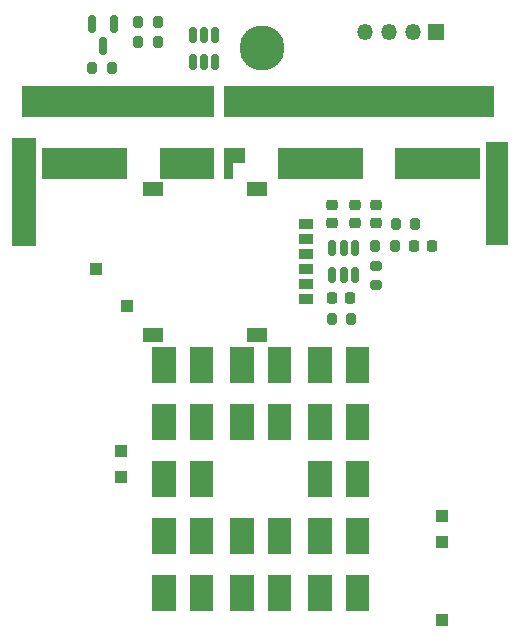
<source format=gbr>
%TF.GenerationSoftware,KiCad,Pcbnew,(6.0.2-0)*%
%TF.CreationDate,2022-10-29T16:02:39+01:00*%
%TF.ProjectId,p3-cellular-module,70332d63-656c-46c7-956c-61722d6d6f64,rev?*%
%TF.SameCoordinates,Original*%
%TF.FileFunction,Soldermask,Top*%
%TF.FilePolarity,Negative*%
%FSLAX46Y46*%
G04 Gerber Fmt 4.6, Leading zero omitted, Abs format (unit mm)*
G04 Created by KiCad (PCBNEW (6.0.2-0)) date 2022-10-29 16:02:39*
%MOMM*%
%LPD*%
G01*
G04 APERTURE LIST*
G04 Aperture macros list*
%AMRoundRect*
0 Rectangle with rounded corners*
0 $1 Rounding radius*
0 $2 $3 $4 $5 $6 $7 $8 $9 X,Y pos of 4 corners*
0 Add a 4 corners polygon primitive as box body*
4,1,4,$2,$3,$4,$5,$6,$7,$8,$9,$2,$3,0*
0 Add four circle primitives for the rounded corners*
1,1,$1+$1,$2,$3*
1,1,$1+$1,$4,$5*
1,1,$1+$1,$6,$7*
1,1,$1+$1,$8,$9*
0 Add four rect primitives between the rounded corners*
20,1,$1+$1,$2,$3,$4,$5,0*
20,1,$1+$1,$4,$5,$6,$7,0*
20,1,$1+$1,$6,$7,$8,$9,0*
20,1,$1+$1,$8,$9,$2,$3,0*%
G04 Aperture macros list end*
%ADD10C,0.000000*%
%ADD11C,0.120000*%
%ADD12RoundRect,0.200000X0.200000X0.275000X-0.200000X0.275000X-0.200000X-0.275000X0.200000X-0.275000X0*%
%ADD13RoundRect,0.200000X-0.275000X0.200000X-0.275000X-0.200000X0.275000X-0.200000X0.275000X0.200000X0*%
%ADD14R,1.200000X0.900000*%
%ADD15R,1.800000X1.300000*%
%ADD16C,3.800000*%
%ADD17R,1.000000X1.000000*%
%ADD18RoundRect,0.225000X0.250000X-0.225000X0.250000X0.225000X-0.250000X0.225000X-0.250000X-0.225000X0*%
%ADD19RoundRect,0.225000X-0.225000X-0.250000X0.225000X-0.250000X0.225000X0.250000X-0.225000X0.250000X0*%
%ADD20RoundRect,0.150000X-0.150000X0.512500X-0.150000X-0.512500X0.150000X-0.512500X0.150000X0.512500X0*%
%ADD21RoundRect,0.200000X-0.200000X-0.275000X0.200000X-0.275000X0.200000X0.275000X-0.200000X0.275000X0*%
%ADD22R,1.350000X1.350000*%
%ADD23O,1.350000X1.350000*%
%ADD24RoundRect,0.150000X-0.150000X0.587500X-0.150000X-0.587500X0.150000X-0.587500X0.150000X0.587500X0*%
G04 APERTURE END LIST*
G36*
X141100000Y-96050000D02*
G01*
X124800000Y-96050000D01*
X124800000Y-98700000D01*
X141100000Y-98700000D01*
X141100000Y-96050000D01*
G37*
G36*
X141100000Y-101300000D02*
G01*
X136500000Y-101300000D01*
X136500000Y-103900000D01*
X141100000Y-103900000D01*
X141100000Y-101300000D01*
G37*
G36*
X153700000Y-101300000D02*
G01*
X146500000Y-101300000D01*
X146500000Y-103900000D01*
X153700000Y-103900000D01*
X153700000Y-101300000D01*
G37*
G36*
X166000000Y-109500000D02*
G01*
X164100000Y-109500000D01*
X164100000Y-100800000D01*
X166000000Y-100800000D01*
X166000000Y-109500000D01*
G37*
D10*
G36*
X143700000Y-102600000D02*
G01*
X142700000Y-102600000D01*
X142700000Y-103900000D01*
X141900000Y-103900000D01*
X141900000Y-101300000D01*
X143700000Y-101300000D01*
X143700000Y-102600000D01*
G37*
G36*
X163600000Y-101300000D02*
G01*
X156400000Y-101300000D01*
X156400000Y-103900000D01*
X163600000Y-103900000D01*
X163600000Y-101300000D01*
G37*
G36*
X133700000Y-101325000D02*
G01*
X126500000Y-101325000D01*
X126500000Y-103900000D01*
X133700000Y-103900000D01*
X133700000Y-101325000D01*
G37*
G36*
X126000000Y-109625000D02*
G01*
X124000000Y-109625000D01*
X124000000Y-100425000D01*
X126000000Y-100425000D01*
X126000000Y-109625000D01*
G37*
G36*
X164800000Y-96050000D02*
G01*
X141900000Y-96050000D01*
X141900000Y-98700000D01*
X164800000Y-98700000D01*
X164800000Y-96050000D01*
G37*
D11*
%TO.C,U2*%
X154144000Y-127839500D02*
X152239000Y-127839500D01*
X152239000Y-127839500D02*
X152239000Y-130760500D01*
X152239000Y-130760500D02*
X154144000Y-130760500D01*
X154144000Y-130760500D02*
X154144000Y-127839500D01*
G36*
X154144000Y-127839500D02*
G01*
X152239000Y-127839500D01*
X152239000Y-130760500D01*
X154144000Y-130760500D01*
X154144000Y-127839500D01*
G37*
X144365000Y-137491500D02*
X142460000Y-137491500D01*
X142460000Y-137491500D02*
X142460000Y-140412500D01*
X142460000Y-140412500D02*
X144365000Y-140412500D01*
X144365000Y-140412500D02*
X144365000Y-137491500D01*
G36*
X144365000Y-137491500D02*
G01*
X142460000Y-137491500D01*
X142460000Y-140412500D01*
X144365000Y-140412500D01*
X144365000Y-137491500D01*
G37*
X137761000Y-118187500D02*
X135856000Y-118187500D01*
X135856000Y-118187500D02*
X135856000Y-121108500D01*
X135856000Y-121108500D02*
X137761000Y-121108500D01*
X137761000Y-121108500D02*
X137761000Y-118187500D01*
G36*
X137761000Y-118187500D02*
G01*
X135856000Y-118187500D01*
X135856000Y-121108500D01*
X137761000Y-121108500D01*
X137761000Y-118187500D01*
G37*
X137761000Y-127839500D02*
X135856000Y-127839500D01*
X135856000Y-127839500D02*
X135856000Y-130760500D01*
X135856000Y-130760500D02*
X137761000Y-130760500D01*
X137761000Y-130760500D02*
X137761000Y-127839500D01*
G36*
X137761000Y-127839500D02*
G01*
X135856000Y-127839500D01*
X135856000Y-130760500D01*
X137761000Y-130760500D01*
X137761000Y-127839500D01*
G37*
X144365000Y-123013500D02*
X142460000Y-123013500D01*
X142460000Y-123013500D02*
X142460000Y-125934500D01*
X142460000Y-125934500D02*
X144365000Y-125934500D01*
X144365000Y-125934500D02*
X144365000Y-123013500D01*
G36*
X144365000Y-123013500D02*
G01*
X142460000Y-123013500D01*
X142460000Y-125934500D01*
X144365000Y-125934500D01*
X144365000Y-123013500D01*
G37*
X144365000Y-118187500D02*
X142460000Y-118187500D01*
X142460000Y-118187500D02*
X142460000Y-121108500D01*
X142460000Y-121108500D02*
X144365000Y-121108500D01*
X144365000Y-121108500D02*
X144365000Y-118187500D01*
G36*
X144365000Y-118187500D02*
G01*
X142460000Y-118187500D01*
X142460000Y-121108500D01*
X144365000Y-121108500D01*
X144365000Y-118187500D01*
G37*
X147540000Y-118187500D02*
X145635000Y-118187500D01*
X145635000Y-118187500D02*
X145635000Y-121108500D01*
X145635000Y-121108500D02*
X147540000Y-121108500D01*
X147540000Y-121108500D02*
X147540000Y-118187500D01*
G36*
X147540000Y-118187500D02*
G01*
X145635000Y-118187500D01*
X145635000Y-121108500D01*
X147540000Y-121108500D01*
X147540000Y-118187500D01*
G37*
X140936000Y-118187500D02*
X139031000Y-118187500D01*
X139031000Y-118187500D02*
X139031000Y-121108500D01*
X139031000Y-121108500D02*
X140936000Y-121108500D01*
X140936000Y-121108500D02*
X140936000Y-118187500D01*
G36*
X140936000Y-118187500D02*
G01*
X139031000Y-118187500D01*
X139031000Y-121108500D01*
X140936000Y-121108500D01*
X140936000Y-118187500D01*
G37*
X150969000Y-137491500D02*
X149064000Y-137491500D01*
X149064000Y-137491500D02*
X149064000Y-140412500D01*
X149064000Y-140412500D02*
X150969000Y-140412500D01*
X150969000Y-140412500D02*
X150969000Y-137491500D01*
G36*
X150969000Y-137491500D02*
G01*
X149064000Y-137491500D01*
X149064000Y-140412500D01*
X150969000Y-140412500D01*
X150969000Y-137491500D01*
G37*
X140936000Y-132665500D02*
X139031000Y-132665500D01*
X139031000Y-132665500D02*
X139031000Y-135586500D01*
X139031000Y-135586500D02*
X140936000Y-135586500D01*
X140936000Y-135586500D02*
X140936000Y-132665500D01*
G36*
X140936000Y-132665500D02*
G01*
X139031000Y-132665500D01*
X139031000Y-135586500D01*
X140936000Y-135586500D01*
X140936000Y-132665500D01*
G37*
X154144000Y-132665500D02*
X152239000Y-132665500D01*
X152239000Y-132665500D02*
X152239000Y-135586500D01*
X152239000Y-135586500D02*
X154144000Y-135586500D01*
X154144000Y-135586500D02*
X154144000Y-132665500D01*
G36*
X154144000Y-132665500D02*
G01*
X152239000Y-132665500D01*
X152239000Y-135586500D01*
X154144000Y-135586500D01*
X154144000Y-132665500D01*
G37*
X140936000Y-123013500D02*
X139031000Y-123013500D01*
X139031000Y-123013500D02*
X139031000Y-125934500D01*
X139031000Y-125934500D02*
X140936000Y-125934500D01*
X140936000Y-125934500D02*
X140936000Y-123013500D01*
G36*
X140936000Y-123013500D02*
G01*
X139031000Y-123013500D01*
X139031000Y-125934500D01*
X140936000Y-125934500D01*
X140936000Y-123013500D01*
G37*
X154144000Y-137491500D02*
X152239000Y-137491500D01*
X152239000Y-137491500D02*
X152239000Y-140412500D01*
X152239000Y-140412500D02*
X154144000Y-140412500D01*
X154144000Y-140412500D02*
X154144000Y-137491500D01*
G36*
X154144000Y-137491500D02*
G01*
X152239000Y-137491500D01*
X152239000Y-140412500D01*
X154144000Y-140412500D01*
X154144000Y-137491500D01*
G37*
X144365000Y-132665500D02*
X142460000Y-132665500D01*
X142460000Y-132665500D02*
X142460000Y-135586500D01*
X142460000Y-135586500D02*
X144365000Y-135586500D01*
X144365000Y-135586500D02*
X144365000Y-132665500D01*
G36*
X144365000Y-132665500D02*
G01*
X142460000Y-132665500D01*
X142460000Y-135586500D01*
X144365000Y-135586500D01*
X144365000Y-132665500D01*
G37*
X150969000Y-118187500D02*
X149064000Y-118187500D01*
X149064000Y-118187500D02*
X149064000Y-121108500D01*
X149064000Y-121108500D02*
X150969000Y-121108500D01*
X150969000Y-121108500D02*
X150969000Y-118187500D01*
G36*
X150969000Y-118187500D02*
G01*
X149064000Y-118187500D01*
X149064000Y-121108500D01*
X150969000Y-121108500D01*
X150969000Y-118187500D01*
G37*
X150969000Y-123013500D02*
X149064000Y-123013500D01*
X149064000Y-123013500D02*
X149064000Y-125934500D01*
X149064000Y-125934500D02*
X150969000Y-125934500D01*
X150969000Y-125934500D02*
X150969000Y-123013500D01*
G36*
X150969000Y-123013500D02*
G01*
X149064000Y-123013500D01*
X149064000Y-125934500D01*
X150969000Y-125934500D01*
X150969000Y-123013500D01*
G37*
X140936000Y-137491500D02*
X139031000Y-137491500D01*
X139031000Y-137491500D02*
X139031000Y-140412500D01*
X139031000Y-140412500D02*
X140936000Y-140412500D01*
X140936000Y-140412500D02*
X140936000Y-137491500D01*
G36*
X140936000Y-137491500D02*
G01*
X139031000Y-137491500D01*
X139031000Y-140412500D01*
X140936000Y-140412500D01*
X140936000Y-137491500D01*
G37*
X140936000Y-127839500D02*
X139031000Y-127839500D01*
X139031000Y-127839500D02*
X139031000Y-130760500D01*
X139031000Y-130760500D02*
X140936000Y-130760500D01*
X140936000Y-130760500D02*
X140936000Y-127839500D01*
G36*
X140936000Y-127839500D02*
G01*
X139031000Y-127839500D01*
X139031000Y-130760500D01*
X140936000Y-130760500D01*
X140936000Y-127839500D01*
G37*
X137761000Y-123013500D02*
X135856000Y-123013500D01*
X135856000Y-123013500D02*
X135856000Y-125934500D01*
X135856000Y-125934500D02*
X137761000Y-125934500D01*
X137761000Y-125934500D02*
X137761000Y-123013500D01*
G36*
X137761000Y-123013500D02*
G01*
X135856000Y-123013500D01*
X135856000Y-125934500D01*
X137761000Y-125934500D01*
X137761000Y-123013500D01*
G37*
X154144000Y-118187500D02*
X152239000Y-118187500D01*
X152239000Y-118187500D02*
X152239000Y-121108500D01*
X152239000Y-121108500D02*
X154144000Y-121108500D01*
X154144000Y-121108500D02*
X154144000Y-118187500D01*
G36*
X154144000Y-118187500D02*
G01*
X152239000Y-118187500D01*
X152239000Y-121108500D01*
X154144000Y-121108500D01*
X154144000Y-118187500D01*
G37*
X137761000Y-132665500D02*
X135856000Y-132665500D01*
X135856000Y-132665500D02*
X135856000Y-135586500D01*
X135856000Y-135586500D02*
X137761000Y-135586500D01*
X137761000Y-135586500D02*
X137761000Y-132665500D01*
G36*
X137761000Y-132665500D02*
G01*
X135856000Y-132665500D01*
X135856000Y-135586500D01*
X137761000Y-135586500D01*
X137761000Y-132665500D01*
G37*
X147540000Y-132665500D02*
X145635000Y-132665500D01*
X145635000Y-132665500D02*
X145635000Y-135586500D01*
X145635000Y-135586500D02*
X147540000Y-135586500D01*
X147540000Y-135586500D02*
X147540000Y-132665500D01*
G36*
X147540000Y-132665500D02*
G01*
X145635000Y-132665500D01*
X145635000Y-135586500D01*
X147540000Y-135586500D01*
X147540000Y-132665500D01*
G37*
X150969000Y-132665500D02*
X149064000Y-132665500D01*
X149064000Y-132665500D02*
X149064000Y-135586500D01*
X149064000Y-135586500D02*
X150969000Y-135586500D01*
X150969000Y-135586500D02*
X150969000Y-132665500D01*
G36*
X150969000Y-132665500D02*
G01*
X149064000Y-132665500D01*
X149064000Y-135586500D01*
X150969000Y-135586500D01*
X150969000Y-132665500D01*
G37*
X137761000Y-137491500D02*
X135856000Y-137491500D01*
X135856000Y-137491500D02*
X135856000Y-140412500D01*
X135856000Y-140412500D02*
X137761000Y-140412500D01*
X137761000Y-140412500D02*
X137761000Y-137491500D01*
G36*
X137761000Y-137491500D02*
G01*
X135856000Y-137491500D01*
X135856000Y-140412500D01*
X137761000Y-140412500D01*
X137761000Y-137491500D01*
G37*
X154144000Y-123013500D02*
X152239000Y-123013500D01*
X152239000Y-123013500D02*
X152239000Y-125934500D01*
X152239000Y-125934500D02*
X154144000Y-125934500D01*
X154144000Y-125934500D02*
X154144000Y-123013500D01*
G36*
X154144000Y-123013500D02*
G01*
X152239000Y-123013500D01*
X152239000Y-125934500D01*
X154144000Y-125934500D01*
X154144000Y-123013500D01*
G37*
X150969000Y-127839500D02*
X149064000Y-127839500D01*
X149064000Y-127839500D02*
X149064000Y-130760500D01*
X149064000Y-130760500D02*
X150969000Y-130760500D01*
X150969000Y-130760500D02*
X150969000Y-127839500D01*
G36*
X150969000Y-127839500D02*
G01*
X149064000Y-127839500D01*
X149064000Y-130760500D01*
X150969000Y-130760500D01*
X150969000Y-127839500D01*
G37*
X147540000Y-123013500D02*
X145635000Y-123013500D01*
X145635000Y-123013500D02*
X145635000Y-125934500D01*
X145635000Y-125934500D02*
X147540000Y-125934500D01*
X147540000Y-125934500D02*
X147540000Y-123013500D01*
G36*
X147540000Y-123013500D02*
G01*
X145635000Y-123013500D01*
X145635000Y-125934500D01*
X147540000Y-125934500D01*
X147540000Y-123013500D01*
G37*
X147540000Y-137491500D02*
X145635000Y-137491500D01*
X145635000Y-137491500D02*
X145635000Y-140412500D01*
X145635000Y-140412500D02*
X147540000Y-140412500D01*
X147540000Y-140412500D02*
X147540000Y-137491500D01*
G36*
X147540000Y-137491500D02*
G01*
X145635000Y-137491500D01*
X145635000Y-140412500D01*
X147540000Y-140412500D01*
X147540000Y-137491500D01*
G37*
%TD*%
D12*
%TO.C,R7*%
X136325000Y-92350000D03*
X134675000Y-92350000D03*
%TD*%
D13*
%TO.C,R10*%
X154800000Y-111275000D03*
X154800000Y-112925000D03*
%TD*%
D14*
%TO.C,J2*%
X148845000Y-107775000D03*
X148845000Y-110315000D03*
X148845000Y-112855000D03*
X148845000Y-109045000D03*
X148845000Y-111585000D03*
X148845000Y-114125000D03*
D15*
X144745000Y-104800000D03*
X144745000Y-117100000D03*
X135945000Y-117100000D03*
X135945000Y-104800000D03*
%TD*%
D16*
%TO.C,REF\u002A\u002A*%
X145100000Y-92800000D03*
%TD*%
D17*
%TO.C,TP8*%
X133225000Y-129150000D03*
%TD*%
D18*
%TO.C,C13*%
X151100000Y-107675000D03*
X151100000Y-106125000D03*
%TD*%
D17*
%TO.C,TP10*%
X160400000Y-134650000D03*
%TD*%
%TO.C,TP9*%
X160400000Y-132450000D03*
%TD*%
D19*
%TO.C,C16*%
X151075000Y-114000000D03*
X152625000Y-114000000D03*
%TD*%
D17*
%TO.C,TP2*%
X133700000Y-114650000D03*
%TD*%
D19*
%TO.C,C18*%
X157975000Y-109600000D03*
X159525000Y-109600000D03*
%TD*%
D17*
%TO.C,TP7*%
X133225000Y-126950000D03*
%TD*%
D20*
%TO.C,U3*%
X141150000Y-91712500D03*
X140200000Y-91712500D03*
X139250000Y-91712500D03*
X139250000Y-93987500D03*
X140200000Y-93987500D03*
X141150000Y-93987500D03*
%TD*%
D21*
%TO.C,R9*%
X151025000Y-115800000D03*
X152675000Y-115800000D03*
%TD*%
%TO.C,R8*%
X156475000Y-107700000D03*
X158125000Y-107700000D03*
%TD*%
%TO.C,R12*%
X154725000Y-109600000D03*
X156375000Y-109600000D03*
%TD*%
D22*
%TO.C,J4*%
X159882000Y-91450000D03*
D23*
X157882000Y-91450000D03*
X155882000Y-91450000D03*
X153882000Y-91450000D03*
%TD*%
D17*
%TO.C,TP1*%
X160400000Y-141250000D03*
%TD*%
D12*
%TO.C,R6*%
X136325000Y-90650000D03*
X134675000Y-90650000D03*
%TD*%
D21*
%TO.C,R5*%
X130775000Y-94550000D03*
X132425000Y-94550000D03*
%TD*%
D18*
%TO.C,C15*%
X154800000Y-107675000D03*
X154800000Y-106125000D03*
%TD*%
D24*
%TO.C,Q1*%
X132600000Y-90762500D03*
X130700000Y-90762500D03*
X131650000Y-92637500D03*
%TD*%
D17*
%TO.C,TP3*%
X131050000Y-111550000D03*
%TD*%
D18*
%TO.C,C4*%
X153000000Y-107675000D03*
X153000000Y-106125000D03*
%TD*%
D20*
%TO.C,D4*%
X152995000Y-109762500D03*
X152045000Y-109762500D03*
X151095000Y-109762500D03*
X151095000Y-112037500D03*
X152045000Y-112037500D03*
X152995000Y-112037500D03*
%TD*%
M02*

</source>
